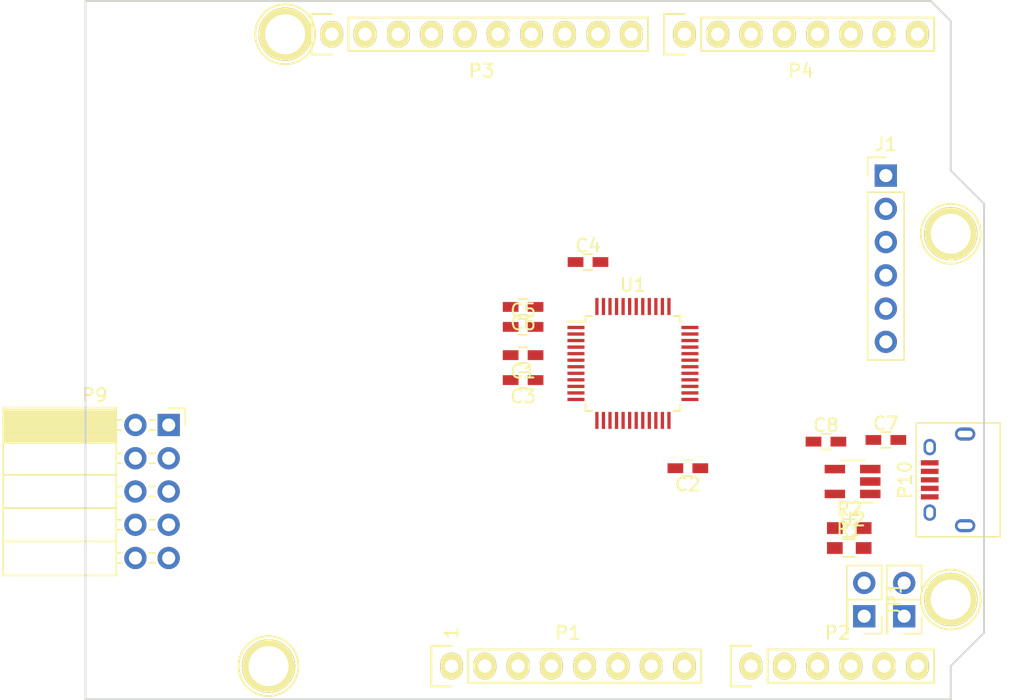
<source format=kicad_pcb>
(kicad_pcb (version 4) (host pcbnew 4.0.6)

  (general
    (links 70)
    (no_connects 70)
    (area 110.922999 72.949999 179.653001 126.440001)
    (thickness 1.6)
    (drawings 27)
    (tracks 0)
    (zones 0)
    (modules 25)
    (nets 26)
  )

  (page A4)
  (title_block
    (title "libopencm3-test hardware")
    (date 2017-10-31)
    (rev 1)
  )

  (layers
    (0 F.Cu signal)
    (31 B.Cu signal)
    (32 B.Adhes user)
    (33 F.Adhes user)
    (34 B.Paste user)
    (35 F.Paste user)
    (36 B.SilkS user)
    (37 F.SilkS user)
    (38 B.Mask user)
    (39 F.Mask user)
    (40 Dwgs.User user)
    (41 Cmts.User user)
    (42 Eco1.User user)
    (43 Eco2.User user)
    (44 Edge.Cuts user)
    (45 Margin user)
    (46 B.CrtYd user)
    (47 F.CrtYd user)
    (48 B.Fab user)
    (49 F.Fab user)
  )

  (setup
    (last_trace_width 0.25)
    (trace_clearance 0.2)
    (zone_clearance 0.508)
    (zone_45_only no)
    (trace_min 0.2)
    (segment_width 0.15)
    (edge_width 0.15)
    (via_size 0.6)
    (via_drill 0.4)
    (via_min_size 0.4)
    (via_min_drill 0.3)
    (uvia_size 0.3)
    (uvia_drill 0.1)
    (uvias_allowed no)
    (uvia_min_size 0.2)
    (uvia_min_drill 0.1)
    (pcb_text_width 0.3)
    (pcb_text_size 1.5 1.5)
    (mod_edge_width 0.15)
    (mod_text_size 1 1)
    (mod_text_width 0.15)
    (pad_size 4.064 4.064)
    (pad_drill 3.048)
    (pad_to_mask_clearance 0)
    (aux_axis_origin 110.998 126.365)
    (grid_origin 110.998 126.365)
    (visible_elements FFFFFF7F)
    (pcbplotparams
      (layerselection 0x00030_80000001)
      (usegerberextensions false)
      (excludeedgelayer true)
      (linewidth 0.100000)
      (plotframeref false)
      (viasonmask false)
      (mode 1)
      (useauxorigin false)
      (hpglpennumber 1)
      (hpglpenspeed 20)
      (hpglpendiameter 15)
      (hpglpenoverlay 2)
      (psnegative false)
      (psa4output false)
      (plotreference true)
      (plotvalue true)
      (plotinvisibletext false)
      (padsonsilk false)
      (subtractmaskfromsilk false)
      (outputformat 1)
      (mirror false)
      (drillshape 1)
      (scaleselection 1)
      (outputdirectory ""))
  )

  (net 0 "")
  (net 1 +5V)
  (net 2 GND)
  (net 3 +3V3)
  (net 4 /NRST)
  (net 5 /ADC_IN1)
  (net 6 /I2C_SDA)
  (net 7 /I2C_SCL)
  (net 8 /SPI_CS)
  (net 9 /SPI_MOSI)
  (net 10 /SPI_MISO)
  (net 11 /SPI_SCK)
  (net 12 /USB_DM)
  (net 13 /USB_DP)
  (net 14 "Net-(P10-Pad6)")
  (net 15 /SWCLK)
  (net 16 /SWDIO)
  (net 17 /SWO)
  (net 18 /DAC1_OUT)
  (net 19 /DAC2_OUT)
  (net 20 /UART_TX_OUT)
  (net 21 /UART_RX_OUT)
  (net 22 "Net-(JP1-Pad2)")
  (net 23 "Net-(JP2-Pad2)")
  (net 24 "Net-(R1-Pad1)")
  (net 25 "Net-(C6-Pad1)")

  (net_class Default "This is the default net class."
    (clearance 0.2)
    (trace_width 0.25)
    (via_dia 0.6)
    (via_drill 0.4)
    (uvia_dia 0.3)
    (uvia_drill 0.1)
    (add_net +3V3)
    (add_net +5V)
    (add_net /ADC_IN1)
    (add_net /DAC1_OUT)
    (add_net /DAC2_OUT)
    (add_net /I2C_SCL)
    (add_net /I2C_SDA)
    (add_net /NRST)
    (add_net /SPI_CS)
    (add_net /SPI_MISO)
    (add_net /SPI_MOSI)
    (add_net /SPI_SCK)
    (add_net /SWCLK)
    (add_net /SWDIO)
    (add_net /SWO)
    (add_net /UART_RX_OUT)
    (add_net /UART_TX_OUT)
    (add_net /USB_DM)
    (add_net /USB_DP)
    (add_net GND)
    (add_net "Net-(C6-Pad1)")
    (add_net "Net-(JP1-Pad2)")
    (add_net "Net-(JP2-Pad2)")
    (add_net "Net-(P10-Pad6)")
    (add_net "Net-(R1-Pad1)")
  )

  (module Socket_Arduino_Uno:Socket_Strip_Arduino_1x08 locked (layer F.Cu) (tedit 552168D2) (tstamp 551AF9EA)
    (at 138.938 123.825)
    (descr "Through hole socket strip")
    (tags "socket strip")
    (path /56D70129)
    (fp_text reference P1 (at 8.89 -2.54) (layer F.SilkS)
      (effects (font (size 1 1) (thickness 0.15)))
    )
    (fp_text value Power (at 8.89 -4.064) (layer F.Fab)
      (effects (font (size 1 1) (thickness 0.15)))
    )
    (fp_line (start -1.75 -1.75) (end -1.75 1.75) (layer F.CrtYd) (width 0.05))
    (fp_line (start 19.55 -1.75) (end 19.55 1.75) (layer F.CrtYd) (width 0.05))
    (fp_line (start -1.75 -1.75) (end 19.55 -1.75) (layer F.CrtYd) (width 0.05))
    (fp_line (start -1.75 1.75) (end 19.55 1.75) (layer F.CrtYd) (width 0.05))
    (fp_line (start 1.27 1.27) (end 19.05 1.27) (layer F.SilkS) (width 0.15))
    (fp_line (start 19.05 1.27) (end 19.05 -1.27) (layer F.SilkS) (width 0.15))
    (fp_line (start 19.05 -1.27) (end 1.27 -1.27) (layer F.SilkS) (width 0.15))
    (fp_line (start -1.55 1.55) (end 0 1.55) (layer F.SilkS) (width 0.15))
    (fp_line (start 1.27 1.27) (end 1.27 -1.27) (layer F.SilkS) (width 0.15))
    (fp_line (start 0 -1.55) (end -1.55 -1.55) (layer F.SilkS) (width 0.15))
    (fp_line (start -1.55 -1.55) (end -1.55 1.55) (layer F.SilkS) (width 0.15))
    (pad 1 thru_hole oval (at 0 0) (size 1.7272 2.032) (drill 1.016) (layers *.Cu *.Mask F.SilkS))
    (pad 2 thru_hole oval (at 2.54 0) (size 1.7272 2.032) (drill 1.016) (layers *.Cu *.Mask F.SilkS))
    (pad 3 thru_hole oval (at 5.08 0) (size 1.7272 2.032) (drill 1.016) (layers *.Cu *.Mask F.SilkS))
    (pad 4 thru_hole oval (at 7.62 0) (size 1.7272 2.032) (drill 1.016) (layers *.Cu *.Mask F.SilkS)
      (net 3 +3V3))
    (pad 5 thru_hole oval (at 10.16 0) (size 1.7272 2.032) (drill 1.016) (layers *.Cu *.Mask F.SilkS)
      (net 1 +5V))
    (pad 6 thru_hole oval (at 12.7 0) (size 1.7272 2.032) (drill 1.016) (layers *.Cu *.Mask F.SilkS)
      (net 2 GND))
    (pad 7 thru_hole oval (at 15.24 0) (size 1.7272 2.032) (drill 1.016) (layers *.Cu *.Mask F.SilkS)
      (net 2 GND))
    (pad 8 thru_hole oval (at 17.78 0) (size 1.7272 2.032) (drill 1.016) (layers *.Cu *.Mask F.SilkS))
    (model ${KIPRJMOD}/Socket_Arduino_Uno.3dshapes/Socket_header_Arduino_1x08.wrl
      (at (xyz 0.35 0 0))
      (scale (xyz 1 1 1))
      (rotate (xyz 0 0 180))
    )
  )

  (module Socket_Arduino_Uno:Socket_Strip_Arduino_1x06 locked (layer F.Cu) (tedit 552168D6) (tstamp 551AF9FF)
    (at 161.798 123.825)
    (descr "Through hole socket strip")
    (tags "socket strip")
    (path /56D70DD8)
    (fp_text reference P2 (at 6.604 -2.54) (layer F.SilkS)
      (effects (font (size 1 1) (thickness 0.15)))
    )
    (fp_text value Analog (at 6.604 -4.064) (layer F.Fab)
      (effects (font (size 1 1) (thickness 0.15)))
    )
    (fp_line (start -1.75 -1.75) (end -1.75 1.75) (layer F.CrtYd) (width 0.05))
    (fp_line (start 14.45 -1.75) (end 14.45 1.75) (layer F.CrtYd) (width 0.05))
    (fp_line (start -1.75 -1.75) (end 14.45 -1.75) (layer F.CrtYd) (width 0.05))
    (fp_line (start -1.75 1.75) (end 14.45 1.75) (layer F.CrtYd) (width 0.05))
    (fp_line (start 1.27 1.27) (end 13.97 1.27) (layer F.SilkS) (width 0.15))
    (fp_line (start 13.97 1.27) (end 13.97 -1.27) (layer F.SilkS) (width 0.15))
    (fp_line (start 13.97 -1.27) (end 1.27 -1.27) (layer F.SilkS) (width 0.15))
    (fp_line (start -1.55 1.55) (end 0 1.55) (layer F.SilkS) (width 0.15))
    (fp_line (start 1.27 1.27) (end 1.27 -1.27) (layer F.SilkS) (width 0.15))
    (fp_line (start 0 -1.55) (end -1.55 -1.55) (layer F.SilkS) (width 0.15))
    (fp_line (start -1.55 -1.55) (end -1.55 1.55) (layer F.SilkS) (width 0.15))
    (pad 1 thru_hole oval (at 0 0) (size 1.7272 2.032) (drill 1.016) (layers *.Cu *.Mask F.SilkS)
      (net 18 /DAC1_OUT))
    (pad 2 thru_hole oval (at 2.54 0) (size 1.7272 2.032) (drill 1.016) (layers *.Cu *.Mask F.SilkS)
      (net 19 /DAC2_OUT))
    (pad 3 thru_hole oval (at 5.08 0) (size 1.7272 2.032) (drill 1.016) (layers *.Cu *.Mask F.SilkS)
      (net 5 /ADC_IN1))
    (pad 4 thru_hole oval (at 7.62 0) (size 1.7272 2.032) (drill 1.016) (layers *.Cu *.Mask F.SilkS))
    (pad 5 thru_hole oval (at 10.16 0) (size 1.7272 2.032) (drill 1.016) (layers *.Cu *.Mask F.SilkS)
      (net 6 /I2C_SDA))
    (pad 6 thru_hole oval (at 12.7 0) (size 1.7272 2.032) (drill 1.016) (layers *.Cu *.Mask F.SilkS)
      (net 7 /I2C_SCL))
    (model ${KIPRJMOD}/Socket_Arduino_Uno.3dshapes/Socket_header_Arduino_1x06.wrl
      (at (xyz 0.25 0 0))
      (scale (xyz 1 1 1))
      (rotate (xyz 0 0 180))
    )
  )

  (module Socket_Arduino_Uno:Socket_Strip_Arduino_1x10 locked (layer F.Cu) (tedit 552168BF) (tstamp 551AFA18)
    (at 129.794 75.565)
    (descr "Through hole socket strip")
    (tags "socket strip")
    (path /56D721E0)
    (fp_text reference P3 (at 11.43 2.794) (layer F.SilkS)
      (effects (font (size 1 1) (thickness 0.15)))
    )
    (fp_text value Digital (at 11.43 4.318) (layer F.Fab)
      (effects (font (size 1 1) (thickness 0.15)))
    )
    (fp_line (start -1.75 -1.75) (end -1.75 1.75) (layer F.CrtYd) (width 0.05))
    (fp_line (start 24.65 -1.75) (end 24.65 1.75) (layer F.CrtYd) (width 0.05))
    (fp_line (start -1.75 -1.75) (end 24.65 -1.75) (layer F.CrtYd) (width 0.05))
    (fp_line (start -1.75 1.75) (end 24.65 1.75) (layer F.CrtYd) (width 0.05))
    (fp_line (start 1.27 1.27) (end 24.13 1.27) (layer F.SilkS) (width 0.15))
    (fp_line (start 24.13 1.27) (end 24.13 -1.27) (layer F.SilkS) (width 0.15))
    (fp_line (start 24.13 -1.27) (end 1.27 -1.27) (layer F.SilkS) (width 0.15))
    (fp_line (start -1.55 1.55) (end 0 1.55) (layer F.SilkS) (width 0.15))
    (fp_line (start 1.27 1.27) (end 1.27 -1.27) (layer F.SilkS) (width 0.15))
    (fp_line (start 0 -1.55) (end -1.55 -1.55) (layer F.SilkS) (width 0.15))
    (fp_line (start -1.55 -1.55) (end -1.55 1.55) (layer F.SilkS) (width 0.15))
    (pad 1 thru_hole oval (at 0 0) (size 1.7272 2.032) (drill 1.016) (layers *.Cu *.Mask F.SilkS))
    (pad 2 thru_hole oval (at 2.54 0) (size 1.7272 2.032) (drill 1.016) (layers *.Cu *.Mask F.SilkS))
    (pad 3 thru_hole oval (at 5.08 0) (size 1.7272 2.032) (drill 1.016) (layers *.Cu *.Mask F.SilkS)
      (net 8 /SPI_CS))
    (pad 4 thru_hole oval (at 7.62 0) (size 1.7272 2.032) (drill 1.016) (layers *.Cu *.Mask F.SilkS)
      (net 9 /SPI_MOSI))
    (pad 5 thru_hole oval (at 10.16 0) (size 1.7272 2.032) (drill 1.016) (layers *.Cu *.Mask F.SilkS)
      (net 10 /SPI_MISO))
    (pad 6 thru_hole oval (at 12.7 0) (size 1.7272 2.032) (drill 1.016) (layers *.Cu *.Mask F.SilkS)
      (net 11 /SPI_SCK))
    (pad 7 thru_hole oval (at 15.24 0) (size 1.7272 2.032) (drill 1.016) (layers *.Cu *.Mask F.SilkS)
      (net 2 GND))
    (pad 8 thru_hole oval (at 17.78 0) (size 1.7272 2.032) (drill 1.016) (layers *.Cu *.Mask F.SilkS))
    (pad 9 thru_hole oval (at 20.32 0) (size 1.7272 2.032) (drill 1.016) (layers *.Cu *.Mask F.SilkS)
      (net 6 /I2C_SDA))
    (pad 10 thru_hole oval (at 22.86 0) (size 1.7272 2.032) (drill 1.016) (layers *.Cu *.Mask F.SilkS)
      (net 7 /I2C_SCL))
    (model ${KIPRJMOD}/Socket_Arduino_Uno.3dshapes/Socket_header_Arduino_1x10.wrl
      (at (xyz 0.45 0 0))
      (scale (xyz 1 1 1))
      (rotate (xyz 0 0 180))
    )
  )

  (module Socket_Arduino_Uno:Socket_Strip_Arduino_1x08 locked (layer F.Cu) (tedit 552168C7) (tstamp 551AFA2F)
    (at 156.718 75.565)
    (descr "Through hole socket strip")
    (tags "socket strip")
    (path /56D7164F)
    (fp_text reference P4 (at 8.89 2.794) (layer F.SilkS)
      (effects (font (size 1 1) (thickness 0.15)))
    )
    (fp_text value Digital (at 8.89 4.318) (layer F.Fab)
      (effects (font (size 1 1) (thickness 0.15)))
    )
    (fp_line (start -1.75 -1.75) (end -1.75 1.75) (layer F.CrtYd) (width 0.05))
    (fp_line (start 19.55 -1.75) (end 19.55 1.75) (layer F.CrtYd) (width 0.05))
    (fp_line (start -1.75 -1.75) (end 19.55 -1.75) (layer F.CrtYd) (width 0.05))
    (fp_line (start -1.75 1.75) (end 19.55 1.75) (layer F.CrtYd) (width 0.05))
    (fp_line (start 1.27 1.27) (end 19.05 1.27) (layer F.SilkS) (width 0.15))
    (fp_line (start 19.05 1.27) (end 19.05 -1.27) (layer F.SilkS) (width 0.15))
    (fp_line (start 19.05 -1.27) (end 1.27 -1.27) (layer F.SilkS) (width 0.15))
    (fp_line (start -1.55 1.55) (end 0 1.55) (layer F.SilkS) (width 0.15))
    (fp_line (start 1.27 1.27) (end 1.27 -1.27) (layer F.SilkS) (width 0.15))
    (fp_line (start 0 -1.55) (end -1.55 -1.55) (layer F.SilkS) (width 0.15))
    (fp_line (start -1.55 -1.55) (end -1.55 1.55) (layer F.SilkS) (width 0.15))
    (pad 1 thru_hole oval (at 0 0) (size 1.7272 2.032) (drill 1.016) (layers *.Cu *.Mask F.SilkS)
      (net 20 /UART_TX_OUT))
    (pad 2 thru_hole oval (at 2.54 0) (size 1.7272 2.032) (drill 1.016) (layers *.Cu *.Mask F.SilkS)
      (net 21 /UART_RX_OUT))
    (pad 3 thru_hole oval (at 5.08 0) (size 1.7272 2.032) (drill 1.016) (layers *.Cu *.Mask F.SilkS))
    (pad 4 thru_hole oval (at 7.62 0) (size 1.7272 2.032) (drill 1.016) (layers *.Cu *.Mask F.SilkS))
    (pad 5 thru_hole oval (at 10.16 0) (size 1.7272 2.032) (drill 1.016) (layers *.Cu *.Mask F.SilkS))
    (pad 6 thru_hole oval (at 12.7 0) (size 1.7272 2.032) (drill 1.016) (layers *.Cu *.Mask F.SilkS))
    (pad 7 thru_hole oval (at 15.24 0) (size 1.7272 2.032) (drill 1.016) (layers *.Cu *.Mask F.SilkS))
    (pad 8 thru_hole oval (at 17.78 0) (size 1.7272 2.032) (drill 1.016) (layers *.Cu *.Mask F.SilkS))
    (model ${KIPRJMOD}/Socket_Arduino_Uno.3dshapes/Socket_header_Arduino_1x08.wrl
      (at (xyz 0.35 0 0))
      (scale (xyz 1 1 1))
      (rotate (xyz 0 0 180))
    )
  )

  (module Socket_Arduino_Uno:Arduino_1pin locked (layer F.Cu) (tedit 5524FC39) (tstamp 5524FC3F)
    (at 124.968 123.825)
    (descr "module 1 pin (ou trou mecanique de percage)")
    (tags DEV)
    (path /56D71177)
    (fp_text reference P5 (at 0 -3.048) (layer F.SilkS) hide
      (effects (font (size 1 1) (thickness 0.15)))
    )
    (fp_text value CONN_01X01 (at 0 2.794) (layer F.Fab) hide
      (effects (font (size 1 1) (thickness 0.15)))
    )
    (fp_circle (center 0 0) (end 0 -2.286) (layer F.SilkS) (width 0.15))
    (pad 1 thru_hole circle (at 0 0) (size 4.064 4.064) (drill 3.048) (layers *.Cu *.Mask F.SilkS))
  )

  (module Socket_Arduino_Uno:Arduino_1pin locked (layer F.Cu) (tedit 5524FC4A) (tstamp 5524FC44)
    (at 177.038 118.745)
    (descr "module 1 pin (ou trou mecanique de percage)")
    (tags DEV)
    (path /56D71274)
    (fp_text reference P6 (at 0 -3.048) (layer F.SilkS) hide
      (effects (font (size 1 1) (thickness 0.15)))
    )
    (fp_text value CONN_01X01 (at 0 2.794) (layer F.Fab) hide
      (effects (font (size 1 1) (thickness 0.15)))
    )
    (fp_circle (center 0 0) (end 0 -2.286) (layer F.SilkS) (width 0.15))
    (pad 1 thru_hole circle (at 0 0) (size 4.064 4.064) (drill 3.048) (layers *.Cu *.Mask F.SilkS))
  )

  (module Socket_Arduino_Uno:Arduino_1pin locked (layer F.Cu) (tedit 5524FC2F) (tstamp 5524FC49)
    (at 126.238 75.565)
    (descr "module 1 pin (ou trou mecanique de percage)")
    (tags DEV)
    (path /56D712A8)
    (fp_text reference P7 (at 0 -3.048) (layer F.SilkS) hide
      (effects (font (size 1 1) (thickness 0.15)))
    )
    (fp_text value CONN_01X01 (at 0 2.794) (layer F.Fab) hide
      (effects (font (size 1 1) (thickness 0.15)))
    )
    (fp_circle (center 0 0) (end 0 -2.286) (layer F.SilkS) (width 0.15))
    (pad 1 thru_hole circle (at 0 0) (size 4.064 4.064) (drill 3.048) (layers *.Cu *.Mask F.SilkS))
  )

  (module Socket_Arduino_Uno:Arduino_1pin locked (layer F.Cu) (tedit 5524FC41) (tstamp 5524FC4E)
    (at 177.038 90.805)
    (descr "module 1 pin (ou trou mecanique de percage)")
    (tags DEV)
    (path /56D712DB)
    (fp_text reference P8 (at 0 -3.048) (layer F.SilkS) hide
      (effects (font (size 1 1) (thickness 0.15)))
    )
    (fp_text value CONN_01X01 (at 0 2.794) (layer F.Fab) hide
      (effects (font (size 1 1) (thickness 0.15)))
    )
    (fp_circle (center 0 0) (end 0 -2.286) (layer F.SilkS) (width 0.15))
    (pad 1 thru_hole circle (at 0 0) (size 4.064 4.064) (drill 3.048) (layers *.Cu *.Mask F.SilkS))
  )

  (module Capacitors_SMD:C_0603_HandSoldering (layer F.Cu) (tedit 58AA848B) (tstamp 59F7BF21)
    (at 144.399 100.076 180)
    (descr "Capacitor SMD 0603, hand soldering")
    (tags "capacitor 0603")
    (path /58CF4B65)
    (attr smd)
    (fp_text reference C1 (at 0 -1.25 180) (layer F.SilkS)
      (effects (font (size 1 1) (thickness 0.15)))
    )
    (fp_text value 100n (at 0 1.5 180) (layer F.Fab)
      (effects (font (size 1 1) (thickness 0.15)))
    )
    (fp_text user %R (at 0 -1.25 180) (layer F.Fab)
      (effects (font (size 1 1) (thickness 0.15)))
    )
    (fp_line (start -0.8 0.4) (end -0.8 -0.4) (layer F.Fab) (width 0.1))
    (fp_line (start 0.8 0.4) (end -0.8 0.4) (layer F.Fab) (width 0.1))
    (fp_line (start 0.8 -0.4) (end 0.8 0.4) (layer F.Fab) (width 0.1))
    (fp_line (start -0.8 -0.4) (end 0.8 -0.4) (layer F.Fab) (width 0.1))
    (fp_line (start -0.35 -0.6) (end 0.35 -0.6) (layer F.SilkS) (width 0.12))
    (fp_line (start 0.35 0.6) (end -0.35 0.6) (layer F.SilkS) (width 0.12))
    (fp_line (start -1.8 -0.65) (end 1.8 -0.65) (layer F.CrtYd) (width 0.05))
    (fp_line (start -1.8 -0.65) (end -1.8 0.65) (layer F.CrtYd) (width 0.05))
    (fp_line (start 1.8 0.65) (end 1.8 -0.65) (layer F.CrtYd) (width 0.05))
    (fp_line (start 1.8 0.65) (end -1.8 0.65) (layer F.CrtYd) (width 0.05))
    (pad 1 smd rect (at -0.95 0 180) (size 1.2 0.75) (layers F.Cu F.Paste F.Mask)
      (net 4 /NRST))
    (pad 2 smd rect (at 0.95 0 180) (size 1.2 0.75) (layers F.Cu F.Paste F.Mask)
      (net 2 GND))
    (model Capacitors_SMD.3dshapes/C_0603.wrl
      (at (xyz 0 0 0))
      (scale (xyz 1 1 1))
      (rotate (xyz 0 0 0))
    )
  )

  (module Capacitors_SMD:C_0603_HandSoldering (layer F.Cu) (tedit 58AA848B) (tstamp 59F7BF27)
    (at 156.972 108.712 180)
    (descr "Capacitor SMD 0603, hand soldering")
    (tags "capacitor 0603")
    (path /58CF43FF)
    (attr smd)
    (fp_text reference C2 (at 0 -1.25 180) (layer F.SilkS)
      (effects (font (size 1 1) (thickness 0.15)))
    )
    (fp_text value 100n (at 0 1.5 180) (layer F.Fab)
      (effects (font (size 1 1) (thickness 0.15)))
    )
    (fp_text user %R (at 0 -1.25 180) (layer F.Fab)
      (effects (font (size 1 1) (thickness 0.15)))
    )
    (fp_line (start -0.8 0.4) (end -0.8 -0.4) (layer F.Fab) (width 0.1))
    (fp_line (start 0.8 0.4) (end -0.8 0.4) (layer F.Fab) (width 0.1))
    (fp_line (start 0.8 -0.4) (end 0.8 0.4) (layer F.Fab) (width 0.1))
    (fp_line (start -0.8 -0.4) (end 0.8 -0.4) (layer F.Fab) (width 0.1))
    (fp_line (start -0.35 -0.6) (end 0.35 -0.6) (layer F.SilkS) (width 0.12))
    (fp_line (start 0.35 0.6) (end -0.35 0.6) (layer F.SilkS) (width 0.12))
    (fp_line (start -1.8 -0.65) (end 1.8 -0.65) (layer F.CrtYd) (width 0.05))
    (fp_line (start -1.8 -0.65) (end -1.8 0.65) (layer F.CrtYd) (width 0.05))
    (fp_line (start 1.8 0.65) (end 1.8 -0.65) (layer F.CrtYd) (width 0.05))
    (fp_line (start 1.8 0.65) (end -1.8 0.65) (layer F.CrtYd) (width 0.05))
    (pad 1 smd rect (at -0.95 0 180) (size 1.2 0.75) (layers F.Cu F.Paste F.Mask)
      (net 3 +3V3))
    (pad 2 smd rect (at 0.95 0 180) (size 1.2 0.75) (layers F.Cu F.Paste F.Mask)
      (net 2 GND))
    (model Capacitors_SMD.3dshapes/C_0603.wrl
      (at (xyz 0 0 0))
      (scale (xyz 1 1 1))
      (rotate (xyz 0 0 0))
    )
  )

  (module Capacitors_SMD:C_0603_HandSoldering (layer F.Cu) (tedit 58AA848B) (tstamp 59F7BF2D)
    (at 144.399 101.981 180)
    (descr "Capacitor SMD 0603, hand soldering")
    (tags "capacitor 0603")
    (path /58CF69A9)
    (attr smd)
    (fp_text reference C3 (at 0 -1.25 180) (layer F.SilkS)
      (effects (font (size 1 1) (thickness 0.15)))
    )
    (fp_text value 100n (at 0 1.5 180) (layer F.Fab)
      (effects (font (size 1 1) (thickness 0.15)))
    )
    (fp_text user %R (at 0 -1.25 180) (layer F.Fab)
      (effects (font (size 1 1) (thickness 0.15)))
    )
    (fp_line (start -0.8 0.4) (end -0.8 -0.4) (layer F.Fab) (width 0.1))
    (fp_line (start 0.8 0.4) (end -0.8 0.4) (layer F.Fab) (width 0.1))
    (fp_line (start 0.8 -0.4) (end 0.8 0.4) (layer F.Fab) (width 0.1))
    (fp_line (start -0.8 -0.4) (end 0.8 -0.4) (layer F.Fab) (width 0.1))
    (fp_line (start -0.35 -0.6) (end 0.35 -0.6) (layer F.SilkS) (width 0.12))
    (fp_line (start 0.35 0.6) (end -0.35 0.6) (layer F.SilkS) (width 0.12))
    (fp_line (start -1.8 -0.65) (end 1.8 -0.65) (layer F.CrtYd) (width 0.05))
    (fp_line (start -1.8 -0.65) (end -1.8 0.65) (layer F.CrtYd) (width 0.05))
    (fp_line (start 1.8 0.65) (end 1.8 -0.65) (layer F.CrtYd) (width 0.05))
    (fp_line (start 1.8 0.65) (end -1.8 0.65) (layer F.CrtYd) (width 0.05))
    (pad 1 smd rect (at -0.95 0 180) (size 1.2 0.75) (layers F.Cu F.Paste F.Mask)
      (net 3 +3V3))
    (pad 2 smd rect (at 0.95 0 180) (size 1.2 0.75) (layers F.Cu F.Paste F.Mask)
      (net 2 GND))
    (model Capacitors_SMD.3dshapes/C_0603.wrl
      (at (xyz 0 0 0))
      (scale (xyz 1 1 1))
      (rotate (xyz 0 0 0))
    )
  )

  (module Capacitors_SMD:C_0603_HandSoldering (layer F.Cu) (tedit 58AA848B) (tstamp 59F7BF33)
    (at 149.352 92.964)
    (descr "Capacitor SMD 0603, hand soldering")
    (tags "capacitor 0603")
    (path /58CF69F1)
    (attr smd)
    (fp_text reference C4 (at 0 -1.25) (layer F.SilkS)
      (effects (font (size 1 1) (thickness 0.15)))
    )
    (fp_text value 100n (at 0 1.5) (layer F.Fab)
      (effects (font (size 1 1) (thickness 0.15)))
    )
    (fp_text user %R (at 0 -1.25) (layer F.Fab)
      (effects (font (size 1 1) (thickness 0.15)))
    )
    (fp_line (start -0.8 0.4) (end -0.8 -0.4) (layer F.Fab) (width 0.1))
    (fp_line (start 0.8 0.4) (end -0.8 0.4) (layer F.Fab) (width 0.1))
    (fp_line (start 0.8 -0.4) (end 0.8 0.4) (layer F.Fab) (width 0.1))
    (fp_line (start -0.8 -0.4) (end 0.8 -0.4) (layer F.Fab) (width 0.1))
    (fp_line (start -0.35 -0.6) (end 0.35 -0.6) (layer F.SilkS) (width 0.12))
    (fp_line (start 0.35 0.6) (end -0.35 0.6) (layer F.SilkS) (width 0.12))
    (fp_line (start -1.8 -0.65) (end 1.8 -0.65) (layer F.CrtYd) (width 0.05))
    (fp_line (start -1.8 -0.65) (end -1.8 0.65) (layer F.CrtYd) (width 0.05))
    (fp_line (start 1.8 0.65) (end 1.8 -0.65) (layer F.CrtYd) (width 0.05))
    (fp_line (start 1.8 0.65) (end -1.8 0.65) (layer F.CrtYd) (width 0.05))
    (pad 1 smd rect (at -0.95 0) (size 1.2 0.75) (layers F.Cu F.Paste F.Mask)
      (net 3 +3V3))
    (pad 2 smd rect (at 0.95 0) (size 1.2 0.75) (layers F.Cu F.Paste F.Mask)
      (net 2 GND))
    (model Capacitors_SMD.3dshapes/C_0603.wrl
      (at (xyz 0 0 0))
      (scale (xyz 1 1 1))
      (rotate (xyz 0 0 0))
    )
  )

  (module Capacitors_SMD:C_0603_HandSoldering (layer F.Cu) (tedit 58AA848B) (tstamp 59F7BF39)
    (at 144.399 97.917)
    (descr "Capacitor SMD 0603, hand soldering")
    (tags "capacitor 0603")
    (path /58CF6A3A)
    (attr smd)
    (fp_text reference C5 (at 0 -1.25) (layer F.SilkS)
      (effects (font (size 1 1) (thickness 0.15)))
    )
    (fp_text value 100n (at 0 1.5) (layer F.Fab)
      (effects (font (size 1 1) (thickness 0.15)))
    )
    (fp_text user %R (at 0 -1.25) (layer F.Fab)
      (effects (font (size 1 1) (thickness 0.15)))
    )
    (fp_line (start -0.8 0.4) (end -0.8 -0.4) (layer F.Fab) (width 0.1))
    (fp_line (start 0.8 0.4) (end -0.8 0.4) (layer F.Fab) (width 0.1))
    (fp_line (start 0.8 -0.4) (end 0.8 0.4) (layer F.Fab) (width 0.1))
    (fp_line (start -0.8 -0.4) (end 0.8 -0.4) (layer F.Fab) (width 0.1))
    (fp_line (start -0.35 -0.6) (end 0.35 -0.6) (layer F.SilkS) (width 0.12))
    (fp_line (start 0.35 0.6) (end -0.35 0.6) (layer F.SilkS) (width 0.12))
    (fp_line (start -1.8 -0.65) (end 1.8 -0.65) (layer F.CrtYd) (width 0.05))
    (fp_line (start -1.8 -0.65) (end -1.8 0.65) (layer F.CrtYd) (width 0.05))
    (fp_line (start 1.8 0.65) (end 1.8 -0.65) (layer F.CrtYd) (width 0.05))
    (fp_line (start 1.8 0.65) (end -1.8 0.65) (layer F.CrtYd) (width 0.05))
    (pad 1 smd rect (at -0.95 0) (size 1.2 0.75) (layers F.Cu F.Paste F.Mask)
      (net 3 +3V3))
    (pad 2 smd rect (at 0.95 0) (size 1.2 0.75) (layers F.Cu F.Paste F.Mask)
      (net 2 GND))
    (model Capacitors_SMD.3dshapes/C_0603.wrl
      (at (xyz 0 0 0))
      (scale (xyz 1 1 1))
      (rotate (xyz 0 0 0))
    )
  )

  (module Connectors:USB_Micro-B (layer F.Cu) (tedit 5543E447) (tstamp 59F7BF54)
    (at 176.784 109.601 90)
    (descr "Micro USB Type B Receptacle")
    (tags "USB USB_B USB_micro USB_OTG")
    (path /58CF10AD)
    (attr smd)
    (fp_text reference P10 (at 0 -3.24 90) (layer F.SilkS)
      (effects (font (size 1 1) (thickness 0.15)))
    )
    (fp_text value CONTROL (at 0 5.01 90) (layer F.Fab)
      (effects (font (size 1 1) (thickness 0.15)))
    )
    (fp_line (start -4.6 -2.59) (end 4.6 -2.59) (layer F.CrtYd) (width 0.05))
    (fp_line (start 4.6 -2.59) (end 4.6 4.26) (layer F.CrtYd) (width 0.05))
    (fp_line (start 4.6 4.26) (end -4.6 4.26) (layer F.CrtYd) (width 0.05))
    (fp_line (start -4.6 4.26) (end -4.6 -2.59) (layer F.CrtYd) (width 0.05))
    (fp_line (start -4.35 4.03) (end 4.35 4.03) (layer F.SilkS) (width 0.12))
    (fp_line (start -4.35 -2.38) (end 4.35 -2.38) (layer F.SilkS) (width 0.12))
    (fp_line (start 4.35 -2.38) (end 4.35 4.03) (layer F.SilkS) (width 0.12))
    (fp_line (start 4.35 2.8) (end -4.35 2.8) (layer F.SilkS) (width 0.12))
    (fp_line (start -4.35 4.03) (end -4.35 -2.38) (layer F.SilkS) (width 0.12))
    (pad 1 smd rect (at -1.3 -1.35 180) (size 1.35 0.4) (layers F.Cu F.Paste F.Mask)
      (net 1 +5V))
    (pad 2 smd rect (at -0.65 -1.35 180) (size 1.35 0.4) (layers F.Cu F.Paste F.Mask)
      (net 12 /USB_DM))
    (pad 3 smd rect (at 0 -1.35 180) (size 1.35 0.4) (layers F.Cu F.Paste F.Mask)
      (net 13 /USB_DP))
    (pad 4 smd rect (at 0.65 -1.35 180) (size 1.35 0.4) (layers F.Cu F.Paste F.Mask))
    (pad 5 smd rect (at 1.3 -1.35 180) (size 1.35 0.4) (layers F.Cu F.Paste F.Mask)
      (net 2 GND))
    (pad 6 thru_hole oval (at -2.5 -1.35 180) (size 0.95 1.25) (drill oval 0.55 0.85) (layers *.Cu *.Mask)
      (net 14 "Net-(P10-Pad6)"))
    (pad 6 thru_hole oval (at 2.5 -1.35 180) (size 0.95 1.25) (drill oval 0.55 0.85) (layers *.Cu *.Mask)
      (net 14 "Net-(P10-Pad6)"))
    (pad 6 thru_hole oval (at -3.5 1.35 180) (size 1.55 1) (drill oval 1.15 0.5) (layers *.Cu *.Mask)
      (net 14 "Net-(P10-Pad6)"))
    (pad 6 thru_hole oval (at 3.5 1.35 180) (size 1.55 1) (drill oval 1.15 0.5) (layers *.Cu *.Mask)
      (net 14 "Net-(P10-Pad6)"))
  )

  (module Pin_Headers:Pin_Header_Straight_1x06_Pitch2.54mm (layer F.Cu) (tedit 5862ED52) (tstamp 59F7C0DF)
    (at 172.085 86.36)
    (descr "Through hole straight pin header, 1x06, 2.54mm pitch, single row")
    (tags "Through hole pin header THT 1x06 2.54mm single row")
    (path /59F7E088)
    (fp_text reference J1 (at 0 -2.39) (layer F.SilkS)
      (effects (font (size 1 1) (thickness 0.15)))
    )
    (fp_text value CONN_01X06 (at 0 15.09) (layer F.Fab)
      (effects (font (size 1 1) (thickness 0.15)))
    )
    (fp_line (start -1.27 -1.27) (end -1.27 13.97) (layer F.Fab) (width 0.1))
    (fp_line (start -1.27 13.97) (end 1.27 13.97) (layer F.Fab) (width 0.1))
    (fp_line (start 1.27 13.97) (end 1.27 -1.27) (layer F.Fab) (width 0.1))
    (fp_line (start 1.27 -1.27) (end -1.27 -1.27) (layer F.Fab) (width 0.1))
    (fp_line (start -1.39 1.27) (end -1.39 14.09) (layer F.SilkS) (width 0.12))
    (fp_line (start -1.39 14.09) (end 1.39 14.09) (layer F.SilkS) (width 0.12))
    (fp_line (start 1.39 14.09) (end 1.39 1.27) (layer F.SilkS) (width 0.12))
    (fp_line (start 1.39 1.27) (end -1.39 1.27) (layer F.SilkS) (width 0.12))
    (fp_line (start -1.39 0) (end -1.39 -1.39) (layer F.SilkS) (width 0.12))
    (fp_line (start -1.39 -1.39) (end 0 -1.39) (layer F.SilkS) (width 0.12))
    (fp_line (start -1.6 -1.6) (end -1.6 14.3) (layer F.CrtYd) (width 0.05))
    (fp_line (start -1.6 14.3) (end 1.6 14.3) (layer F.CrtYd) (width 0.05))
    (fp_line (start 1.6 14.3) (end 1.6 -1.6) (layer F.CrtYd) (width 0.05))
    (fp_line (start 1.6 -1.6) (end -1.6 -1.6) (layer F.CrtYd) (width 0.05))
    (pad 1 thru_hole rect (at 0 0) (size 1.7 1.7) (drill 1) (layers *.Cu *.Mask)
      (net 3 +3V3))
    (pad 2 thru_hole oval (at 0 2.54) (size 1.7 1.7) (drill 1) (layers *.Cu *.Mask)
      (net 15 /SWCLK))
    (pad 3 thru_hole oval (at 0 5.08) (size 1.7 1.7) (drill 1) (layers *.Cu *.Mask)
      (net 2 GND))
    (pad 4 thru_hole oval (at 0 7.62) (size 1.7 1.7) (drill 1) (layers *.Cu *.Mask)
      (net 16 /SWDIO))
    (pad 5 thru_hole oval (at 0 10.16) (size 1.7 1.7) (drill 1) (layers *.Cu *.Mask)
      (net 4 /NRST))
    (pad 6 thru_hole oval (at 0 12.7) (size 1.7 1.7) (drill 1) (layers *.Cu *.Mask)
      (net 17 /SWO))
    (model Pin_Headers.3dshapes/Pin_Header_Straight_1x06_Pitch2.54mm.wrl
      (at (xyz 0 -0.25 0))
      (scale (xyz 1 1 1))
      (rotate (xyz 0 0 90))
    )
  )

  (module Housings_QFP:TQFP-48_7x7mm_Pitch0.5mm (layer F.Cu) (tedit 54130A77) (tstamp 59F7C113)
    (at 152.781 100.711)
    (descr "48 LEAD TQFP 7x7mm (see MICREL TQFP7x7-48LD-PL-1.pdf)")
    (tags "QFP 0.5")
    (path /58CEFE92)
    (attr smd)
    (fp_text reference U1 (at 0 -6) (layer F.SilkS)
      (effects (font (size 1 1) (thickness 0.15)))
    )
    (fp_text value STM32L151C6TxA (at 0 6) (layer F.Fab)
      (effects (font (size 1 1) (thickness 0.15)))
    )
    (fp_text user %R (at 0 0) (layer F.Fab)
      (effects (font (size 1 1) (thickness 0.15)))
    )
    (fp_line (start -2.5 -3.5) (end 3.5 -3.5) (layer F.Fab) (width 0.15))
    (fp_line (start 3.5 -3.5) (end 3.5 3.5) (layer F.Fab) (width 0.15))
    (fp_line (start 3.5 3.5) (end -3.5 3.5) (layer F.Fab) (width 0.15))
    (fp_line (start -3.5 3.5) (end -3.5 -2.5) (layer F.Fab) (width 0.15))
    (fp_line (start -3.5 -2.5) (end -2.5 -3.5) (layer F.Fab) (width 0.15))
    (fp_line (start -5.25 -5.25) (end -5.25 5.25) (layer F.CrtYd) (width 0.05))
    (fp_line (start 5.25 -5.25) (end 5.25 5.25) (layer F.CrtYd) (width 0.05))
    (fp_line (start -5.25 -5.25) (end 5.25 -5.25) (layer F.CrtYd) (width 0.05))
    (fp_line (start -5.25 5.25) (end 5.25 5.25) (layer F.CrtYd) (width 0.05))
    (fp_line (start -3.625 -3.625) (end -3.625 -3.2) (layer F.SilkS) (width 0.15))
    (fp_line (start 3.625 -3.625) (end 3.625 -3.1) (layer F.SilkS) (width 0.15))
    (fp_line (start 3.625 3.625) (end 3.625 3.1) (layer F.SilkS) (width 0.15))
    (fp_line (start -3.625 3.625) (end -3.625 3.1) (layer F.SilkS) (width 0.15))
    (fp_line (start -3.625 -3.625) (end -3.1 -3.625) (layer F.SilkS) (width 0.15))
    (fp_line (start -3.625 3.625) (end -3.1 3.625) (layer F.SilkS) (width 0.15))
    (fp_line (start 3.625 3.625) (end 3.1 3.625) (layer F.SilkS) (width 0.15))
    (fp_line (start 3.625 -3.625) (end 3.1 -3.625) (layer F.SilkS) (width 0.15))
    (fp_line (start -3.625 -3.2) (end -5 -3.2) (layer F.SilkS) (width 0.15))
    (pad 1 smd rect (at -4.35 -2.75) (size 1.3 0.25) (layers F.Cu F.Paste F.Mask)
      (net 25 "Net-(C6-Pad1)"))
    (pad 2 smd rect (at -4.35 -2.25) (size 1.3 0.25) (layers F.Cu F.Paste F.Mask))
    (pad 3 smd rect (at -4.35 -1.75) (size 1.3 0.25) (layers F.Cu F.Paste F.Mask))
    (pad 4 smd rect (at -4.35 -1.25) (size 1.3 0.25) (layers F.Cu F.Paste F.Mask))
    (pad 5 smd rect (at -4.35 -0.75) (size 1.3 0.25) (layers F.Cu F.Paste F.Mask))
    (pad 6 smd rect (at -4.35 -0.25) (size 1.3 0.25) (layers F.Cu F.Paste F.Mask))
    (pad 7 smd rect (at -4.35 0.25) (size 1.3 0.25) (layers F.Cu F.Paste F.Mask)
      (net 4 /NRST))
    (pad 8 smd rect (at -4.35 0.75) (size 1.3 0.25) (layers F.Cu F.Paste F.Mask)
      (net 2 GND))
    (pad 9 smd rect (at -4.35 1.25) (size 1.3 0.25) (layers F.Cu F.Paste F.Mask)
      (net 3 +3V3))
    (pad 10 smd rect (at -4.35 1.75) (size 1.3 0.25) (layers F.Cu F.Paste F.Mask))
    (pad 11 smd rect (at -4.35 2.25) (size 1.3 0.25) (layers F.Cu F.Paste F.Mask))
    (pad 12 smd rect (at -4.35 2.75) (size 1.3 0.25) (layers F.Cu F.Paste F.Mask)
      (net 20 /UART_TX_OUT))
    (pad 13 smd rect (at -2.75 4.35 90) (size 1.3 0.25) (layers F.Cu F.Paste F.Mask)
      (net 21 /UART_RX_OUT))
    (pad 14 smd rect (at -2.25 4.35 90) (size 1.3 0.25) (layers F.Cu F.Paste F.Mask)
      (net 18 /DAC1_OUT))
    (pad 15 smd rect (at -1.75 4.35 90) (size 1.3 0.25) (layers F.Cu F.Paste F.Mask)
      (net 19 /DAC2_OUT))
    (pad 16 smd rect (at -1.25 4.35 90) (size 1.3 0.25) (layers F.Cu F.Paste F.Mask)
      (net 5 /ADC_IN1))
    (pad 17 smd rect (at -0.75 4.35 90) (size 1.3 0.25) (layers F.Cu F.Paste F.Mask))
    (pad 18 smd rect (at -0.25 4.35 90) (size 1.3 0.25) (layers F.Cu F.Paste F.Mask))
    (pad 19 smd rect (at 0.25 4.35 90) (size 1.3 0.25) (layers F.Cu F.Paste F.Mask))
    (pad 20 smd rect (at 0.75 4.35 90) (size 1.3 0.25) (layers F.Cu F.Paste F.Mask))
    (pad 21 smd rect (at 1.25 4.35 90) (size 1.3 0.25) (layers F.Cu F.Paste F.Mask))
    (pad 22 smd rect (at 1.75 4.35 90) (size 1.3 0.25) (layers F.Cu F.Paste F.Mask))
    (pad 23 smd rect (at 2.25 4.35 90) (size 1.3 0.25) (layers F.Cu F.Paste F.Mask)
      (net 2 GND))
    (pad 24 smd rect (at 2.75 4.35 90) (size 1.3 0.25) (layers F.Cu F.Paste F.Mask)
      (net 3 +3V3))
    (pad 25 smd rect (at 4.35 2.75) (size 1.3 0.25) (layers F.Cu F.Paste F.Mask)
      (net 8 /SPI_CS))
    (pad 26 smd rect (at 4.35 2.25) (size 1.3 0.25) (layers F.Cu F.Paste F.Mask)
      (net 11 /SPI_SCK))
    (pad 27 smd rect (at 4.35 1.75) (size 1.3 0.25) (layers F.Cu F.Paste F.Mask)
      (net 10 /SPI_MISO))
    (pad 28 smd rect (at 4.35 1.25) (size 1.3 0.25) (layers F.Cu F.Paste F.Mask)
      (net 9 /SPI_MOSI))
    (pad 29 smd rect (at 4.35 0.75) (size 1.3 0.25) (layers F.Cu F.Paste F.Mask))
    (pad 30 smd rect (at 4.35 0.25) (size 1.3 0.25) (layers F.Cu F.Paste F.Mask))
    (pad 31 smd rect (at 4.35 -0.25) (size 1.3 0.25) (layers F.Cu F.Paste F.Mask))
    (pad 32 smd rect (at 4.35 -0.75) (size 1.3 0.25) (layers F.Cu F.Paste F.Mask)
      (net 12 /USB_DM))
    (pad 33 smd rect (at 4.35 -1.25) (size 1.3 0.25) (layers F.Cu F.Paste F.Mask)
      (net 13 /USB_DP))
    (pad 34 smd rect (at 4.35 -1.75) (size 1.3 0.25) (layers F.Cu F.Paste F.Mask)
      (net 16 /SWDIO))
    (pad 35 smd rect (at 4.35 -2.25) (size 1.3 0.25) (layers F.Cu F.Paste F.Mask)
      (net 2 GND))
    (pad 36 smd rect (at 4.35 -2.75) (size 1.3 0.25) (layers F.Cu F.Paste F.Mask)
      (net 3 +3V3))
    (pad 37 smd rect (at 2.75 -4.35 90) (size 1.3 0.25) (layers F.Cu F.Paste F.Mask)
      (net 15 /SWCLK))
    (pad 38 smd rect (at 2.25 -4.35 90) (size 1.3 0.25) (layers F.Cu F.Paste F.Mask))
    (pad 39 smd rect (at 1.75 -4.35 90) (size 1.3 0.25) (layers F.Cu F.Paste F.Mask)
      (net 17 /SWO))
    (pad 40 smd rect (at 1.25 -4.35 90) (size 1.3 0.25) (layers F.Cu F.Paste F.Mask))
    (pad 41 smd rect (at 0.75 -4.35 90) (size 1.3 0.25) (layers F.Cu F.Paste F.Mask))
    (pad 42 smd rect (at 0.25 -4.35 90) (size 1.3 0.25) (layers F.Cu F.Paste F.Mask))
    (pad 43 smd rect (at -0.25 -4.35 90) (size 1.3 0.25) (layers F.Cu F.Paste F.Mask))
    (pad 44 smd rect (at -0.75 -4.35 90) (size 1.3 0.25) (layers F.Cu F.Paste F.Mask))
    (pad 45 smd rect (at -1.25 -4.35 90) (size 1.3 0.25) (layers F.Cu F.Paste F.Mask)
      (net 7 /I2C_SCL))
    (pad 46 smd rect (at -1.75 -4.35 90) (size 1.3 0.25) (layers F.Cu F.Paste F.Mask)
      (net 6 /I2C_SDA))
    (pad 47 smd rect (at -2.25 -4.35 90) (size 1.3 0.25) (layers F.Cu F.Paste F.Mask)
      (net 2 GND))
    (pad 48 smd rect (at -2.75 -4.35 90) (size 1.3 0.25) (layers F.Cu F.Paste F.Mask)
      (net 3 +3V3))
    (model Housings_QFP.3dshapes/TQFP-48_7x7mm_Pitch0.5mm.wrl
      (at (xyz 0 0 0))
      (scale (xyz 1 1 1))
      (rotate (xyz 0 0 0))
    )
  )

  (module Socket_Strips:Socket_Strip_Angled_2x05_Pitch2.54mm (layer F.Cu) (tedit 588DE958) (tstamp 5A0F5F85)
    (at 117.348 105.41)
    (descr "Through hole angled socket strip, 2x05, 2.54mm pitch, 8.51mm socket length, double rows")
    (tags "Through hole angled socket strip THT 2x05 2.54mm double row")
    (path /58CF048F)
    (fp_text reference P9 (at -5.65 -2.27) (layer F.SilkS)
      (effects (font (size 1 1) (thickness 0.15)))
    )
    (fp_text value FX2LA (at -5.65 12.43) (layer F.Fab)
      (effects (font (size 1 1) (thickness 0.15)))
    )
    (fp_line (start -4.06 -1.27) (end -4.06 1.27) (layer F.Fab) (width 0.1))
    (fp_line (start -4.06 1.27) (end -12.57 1.27) (layer F.Fab) (width 0.1))
    (fp_line (start -12.57 1.27) (end -12.57 -1.27) (layer F.Fab) (width 0.1))
    (fp_line (start -12.57 -1.27) (end -4.06 -1.27) (layer F.Fab) (width 0.1))
    (fp_line (start 0 -0.32) (end 0 0.32) (layer F.Fab) (width 0.1))
    (fp_line (start 0 0.32) (end -4.06 0.32) (layer F.Fab) (width 0.1))
    (fp_line (start -4.06 0.32) (end -4.06 -0.32) (layer F.Fab) (width 0.1))
    (fp_line (start -4.06 -0.32) (end 0 -0.32) (layer F.Fab) (width 0.1))
    (fp_line (start -4.06 1.27) (end -4.06 3.81) (layer F.Fab) (width 0.1))
    (fp_line (start -4.06 3.81) (end -12.57 3.81) (layer F.Fab) (width 0.1))
    (fp_line (start -12.57 3.81) (end -12.57 1.27) (layer F.Fab) (width 0.1))
    (fp_line (start -12.57 1.27) (end -4.06 1.27) (layer F.Fab) (width 0.1))
    (fp_line (start 0 2.22) (end 0 2.86) (layer F.Fab) (width 0.1))
    (fp_line (start 0 2.86) (end -4.06 2.86) (layer F.Fab) (width 0.1))
    (fp_line (start -4.06 2.86) (end -4.06 2.22) (layer F.Fab) (width 0.1))
    (fp_line (start -4.06 2.22) (end 0 2.22) (layer F.Fab) (width 0.1))
    (fp_line (start -4.06 3.81) (end -4.06 6.35) (layer F.Fab) (width 0.1))
    (fp_line (start -4.06 6.35) (end -12.57 6.35) (layer F.Fab) (width 0.1))
    (fp_line (start -12.57 6.35) (end -12.57 3.81) (layer F.Fab) (width 0.1))
    (fp_line (start -12.57 3.81) (end -4.06 3.81) (layer F.Fab) (width 0.1))
    (fp_line (start 0 4.76) (end 0 5.4) (layer F.Fab) (width 0.1))
    (fp_line (start 0 5.4) (end -4.06 5.4) (layer F.Fab) (width 0.1))
    (fp_line (start -4.06 5.4) (end -4.06 4.76) (layer F.Fab) (width 0.1))
    (fp_line (start -4.06 4.76) (end 0 4.76) (layer F.Fab) (width 0.1))
    (fp_line (start -4.06 6.35) (end -4.06 8.89) (layer F.Fab) (width 0.1))
    (fp_line (start -4.06 8.89) (end -12.57 8.89) (layer F.Fab) (width 0.1))
    (fp_line (start -12.57 8.89) (end -12.57 6.35) (layer F.Fab) (width 0.1))
    (fp_line (start -12.57 6.35) (end -4.06 6.35) (layer F.Fab) (width 0.1))
    (fp_line (start 0 7.3) (end 0 7.94) (layer F.Fab) (width 0.1))
    (fp_line (start 0 7.94) (end -4.06 7.94) (layer F.Fab) (width 0.1))
    (fp_line (start -4.06 7.94) (end -4.06 7.3) (layer F.Fab) (width 0.1))
    (fp_line (start -4.06 7.3) (end 0 7.3) (layer F.Fab) (width 0.1))
    (fp_line (start -4.06 8.89) (end -4.06 11.43) (layer F.Fab) (width 0.1))
    (fp_line (start -4.06 11.43) (end -12.57 11.43) (layer F.Fab) (width 0.1))
    (fp_line (start -12.57 11.43) (end -12.57 8.89) (layer F.Fab) (width 0.1))
    (fp_line (start -12.57 8.89) (end -4.06 8.89) (layer F.Fab) (width 0.1))
    (fp_line (start 0 9.84) (end 0 10.48) (layer F.Fab) (width 0.1))
    (fp_line (start 0 10.48) (end -4.06 10.48) (layer F.Fab) (width 0.1))
    (fp_line (start -4.06 10.48) (end -4.06 9.84) (layer F.Fab) (width 0.1))
    (fp_line (start -4.06 9.84) (end 0 9.84) (layer F.Fab) (width 0.1))
    (fp_line (start -4 -1.33) (end -4 1.27) (layer F.SilkS) (width 0.12))
    (fp_line (start -4 1.27) (end -12.63 1.27) (layer F.SilkS) (width 0.12))
    (fp_line (start -12.63 1.27) (end -12.63 -1.33) (layer F.SilkS) (width 0.12))
    (fp_line (start -12.63 -1.33) (end -4 -1.33) (layer F.SilkS) (width 0.12))
    (fp_line (start -3.57 -0.38) (end -4 -0.38) (layer F.SilkS) (width 0.12))
    (fp_line (start -3.57 0.38) (end -4 0.38) (layer F.SilkS) (width 0.12))
    (fp_line (start -1.03 -0.38) (end -1.51 -0.38) (layer F.SilkS) (width 0.12))
    (fp_line (start -1.03 0.38) (end -1.51 0.38) (layer F.SilkS) (width 0.12))
    (fp_line (start -4 -1.15) (end -12.63 -1.15) (layer F.SilkS) (width 0.12))
    (fp_line (start -4 -1.03) (end -12.63 -1.03) (layer F.SilkS) (width 0.12))
    (fp_line (start -4 -0.91) (end -12.63 -0.91) (layer F.SilkS) (width 0.12))
    (fp_line (start -4 -0.79) (end -12.63 -0.79) (layer F.SilkS) (width 0.12))
    (fp_line (start -4 -0.67) (end -12.63 -0.67) (layer F.SilkS) (width 0.12))
    (fp_line (start -4 -0.55) (end -12.63 -0.55) (layer F.SilkS) (width 0.12))
    (fp_line (start -4 -0.43) (end -12.63 -0.43) (layer F.SilkS) (width 0.12))
    (fp_line (start -4 -0.31) (end -12.63 -0.31) (layer F.SilkS) (width 0.12))
    (fp_line (start -4 -0.19) (end -12.63 -0.19) (layer F.SilkS) (width 0.12))
    (fp_line (start -4 -0.07) (end -12.63 -0.07) (layer F.SilkS) (width 0.12))
    (fp_line (start -4 0.05) (end -12.63 0.05) (layer F.SilkS) (width 0.12))
    (fp_line (start -4 0.17) (end -12.63 0.17) (layer F.SilkS) (width 0.12))
    (fp_line (start -4 0.29) (end -12.63 0.29) (layer F.SilkS) (width 0.12))
    (fp_line (start -4 0.41) (end -12.63 0.41) (layer F.SilkS) (width 0.12))
    (fp_line (start -4 0.53) (end -12.63 0.53) (layer F.SilkS) (width 0.12))
    (fp_line (start -4 0.65) (end -12.63 0.65) (layer F.SilkS) (width 0.12))
    (fp_line (start -4 0.77) (end -12.63 0.77) (layer F.SilkS) (width 0.12))
    (fp_line (start -4 0.89) (end -12.63 0.89) (layer F.SilkS) (width 0.12))
    (fp_line (start -4 1.01) (end -12.63 1.01) (layer F.SilkS) (width 0.12))
    (fp_line (start -4 1.13) (end -12.63 1.13) (layer F.SilkS) (width 0.12))
    (fp_line (start -4 1.25) (end -12.63 1.25) (layer F.SilkS) (width 0.12))
    (fp_line (start -4 1.37) (end -12.63 1.37) (layer F.SilkS) (width 0.12))
    (fp_line (start -4 1.27) (end -4 3.81) (layer F.SilkS) (width 0.12))
    (fp_line (start -4 3.81) (end -12.63 3.81) (layer F.SilkS) (width 0.12))
    (fp_line (start -12.63 3.81) (end -12.63 1.27) (layer F.SilkS) (width 0.12))
    (fp_line (start -12.63 1.27) (end -4 1.27) (layer F.SilkS) (width 0.12))
    (fp_line (start -3.57 2.16) (end -4 2.16) (layer F.SilkS) (width 0.12))
    (fp_line (start -3.57 2.92) (end -4 2.92) (layer F.SilkS) (width 0.12))
    (fp_line (start -1.03 2.16) (end -1.51 2.16) (layer F.SilkS) (width 0.12))
    (fp_line (start -1.03 2.92) (end -1.51 2.92) (layer F.SilkS) (width 0.12))
    (fp_line (start -4 3.81) (end -4 6.35) (layer F.SilkS) (width 0.12))
    (fp_line (start -4 6.35) (end -12.63 6.35) (layer F.SilkS) (width 0.12))
    (fp_line (start -12.63 6.35) (end -12.63 3.81) (layer F.SilkS) (width 0.12))
    (fp_line (start -12.63 3.81) (end -4 3.81) (layer F.SilkS) (width 0.12))
    (fp_line (start -3.57 4.7) (end -4 4.7) (layer F.SilkS) (width 0.12))
    (fp_line (start -3.57 5.46) (end -4 5.46) (layer F.SilkS) (width 0.12))
    (fp_line (start -1.03 4.7) (end -1.51 4.7) (layer F.SilkS) (width 0.12))
    (fp_line (start -1.03 5.46) (end -1.51 5.46) (layer F.SilkS) (width 0.12))
    (fp_line (start -4 6.35) (end -4 8.89) (layer F.SilkS) (width 0.12))
    (fp_line (start -4 8.89) (end -12.63 8.89) (layer F.SilkS) (width 0.12))
    (fp_line (start -12.63 8.89) (end -12.63 6.35) (layer F.SilkS) (width 0.12))
    (fp_line (start -12.63 6.35) (end -4 6.35) (layer F.SilkS) (width 0.12))
    (fp_line (start -3.57 7.24) (end -4 7.24) (layer F.SilkS) (width 0.12))
    (fp_line (start -3.57 8) (end -4 8) (layer F.SilkS) (width 0.12))
    (fp_line (start -1.03 7.24) (end -1.51 7.24) (layer F.SilkS) (width 0.12))
    (fp_line (start -1.03 8) (end -1.51 8) (layer F.SilkS) (width 0.12))
    (fp_line (start -4 8.89) (end -4 11.49) (layer F.SilkS) (width 0.12))
    (fp_line (start -4 11.49) (end -12.63 11.49) (layer F.SilkS) (width 0.12))
    (fp_line (start -12.63 11.49) (end -12.63 8.89) (layer F.SilkS) (width 0.12))
    (fp_line (start -12.63 8.89) (end -4 8.89) (layer F.SilkS) (width 0.12))
    (fp_line (start -3.57 9.78) (end -4 9.78) (layer F.SilkS) (width 0.12))
    (fp_line (start -3.57 10.54) (end -4 10.54) (layer F.SilkS) (width 0.12))
    (fp_line (start -1.03 9.78) (end -1.51 9.78) (layer F.SilkS) (width 0.12))
    (fp_line (start -1.03 10.54) (end -1.51 10.54) (layer F.SilkS) (width 0.12))
    (fp_line (start 0 -1.27) (end 1.27 -1.27) (layer F.SilkS) (width 0.12))
    (fp_line (start 1.27 -1.27) (end 1.27 0) (layer F.SilkS) (width 0.12))
    (fp_line (start 1.55 -1.55) (end 1.55 11.7) (layer F.CrtYd) (width 0.05))
    (fp_line (start 1.55 11.7) (end -12.85 11.7) (layer F.CrtYd) (width 0.05))
    (fp_line (start -12.85 11.7) (end -12.85 -1.55) (layer F.CrtYd) (width 0.05))
    (fp_line (start -12.85 -1.55) (end 1.55 -1.55) (layer F.CrtYd) (width 0.05))
    (pad 1 thru_hole rect (at 0 0) (size 1.7 1.7) (drill 1) (layers *.Cu *.Mask)
      (net 7 /I2C_SCL))
    (pad 2 thru_hole oval (at -2.54 0) (size 1.7 1.7) (drill 1) (layers *.Cu *.Mask)
      (net 6 /I2C_SDA))
    (pad 3 thru_hole oval (at 0 2.54) (size 1.7 1.7) (drill 1) (layers *.Cu *.Mask)
      (net 11 /SPI_SCK))
    (pad 4 thru_hole oval (at -2.54 2.54) (size 1.7 1.7) (drill 1) (layers *.Cu *.Mask)
      (net 10 /SPI_MISO))
    (pad 5 thru_hole oval (at 0 5.08) (size 1.7 1.7) (drill 1) (layers *.Cu *.Mask)
      (net 9 /SPI_MOSI))
    (pad 6 thru_hole oval (at -2.54 5.08) (size 1.7 1.7) (drill 1) (layers *.Cu *.Mask)
      (net 8 /SPI_CS))
    (pad 7 thru_hole oval (at 0 7.62) (size 1.7 1.7) (drill 1) (layers *.Cu *.Mask)
      (net 21 /UART_RX_OUT))
    (pad 8 thru_hole oval (at -2.54 7.62) (size 1.7 1.7) (drill 1) (layers *.Cu *.Mask)
      (net 20 /UART_TX_OUT))
    (pad 9 thru_hole oval (at 0 10.16) (size 1.7 1.7) (drill 1) (layers *.Cu *.Mask))
    (pad 10 thru_hole oval (at -2.54 10.16) (size 1.7 1.7) (drill 1) (layers *.Cu *.Mask)
      (net 2 GND))
    (model Socket_Strips.3dshapes/Socket_Strip_Angled_2x05_Pitch2.54mm.wrl
      (at (xyz -0.05 -0.2 0))
      (scale (xyz 1 1 1))
      (rotate (xyz 0 0 270))
    )
  )

  (module TO_SOT_Packages_SMD:SOT-23-5_HandSoldering (layer F.Cu) (tedit 583F3A3F) (tstamp 5A0F5F92)
    (at 169.545 109.728 180)
    (descr "5-pin SOT23 package")
    (tags "SOT-23-5 hand-soldering")
    (path /59F7B611)
    (attr smd)
    (fp_text reference U2 (at 0 -2.9 180) (layer F.SilkS)
      (effects (font (size 1 1) (thickness 0.15)))
    )
    (fp_text value MIC550x-3.3YM5 (at 0 2.9 180) (layer F.Fab)
      (effects (font (size 1 1) (thickness 0.15)))
    )
    (fp_line (start -0.9 1.61) (end 0.9 1.61) (layer F.SilkS) (width 0.12))
    (fp_line (start 0.9 -1.61) (end -1.55 -1.61) (layer F.SilkS) (width 0.12))
    (fp_line (start -0.9 -0.9) (end -0.25 -1.55) (layer F.Fab) (width 0.1))
    (fp_line (start 0.9 -1.55) (end -0.25 -1.55) (layer F.Fab) (width 0.1))
    (fp_line (start -0.9 -0.9) (end -0.9 1.55) (layer F.Fab) (width 0.1))
    (fp_line (start 0.9 1.55) (end -0.9 1.55) (layer F.Fab) (width 0.1))
    (fp_line (start 0.9 -1.55) (end 0.9 1.55) (layer F.Fab) (width 0.1))
    (fp_line (start -2.38 -1.8) (end 2.38 -1.8) (layer F.CrtYd) (width 0.05))
    (fp_line (start -2.38 -1.8) (end -2.38 1.8) (layer F.CrtYd) (width 0.05))
    (fp_line (start 2.38 1.8) (end 2.38 -1.8) (layer F.CrtYd) (width 0.05))
    (fp_line (start 2.38 1.8) (end -2.38 1.8) (layer F.CrtYd) (width 0.05))
    (pad 1 smd rect (at -1.35 -0.95 180) (size 1.56 0.65) (layers F.Cu F.Paste F.Mask)
      (net 1 +5V))
    (pad 2 smd rect (at -1.35 0 180) (size 1.56 0.65) (layers F.Cu F.Paste F.Mask)
      (net 2 GND))
    (pad 3 smd rect (at -1.35 0.95 180) (size 1.56 0.65) (layers F.Cu F.Paste F.Mask)
      (net 1 +5V))
    (pad 4 smd rect (at 1.35 0.95 180) (size 1.56 0.65) (layers F.Cu F.Paste F.Mask))
    (pad 5 smd rect (at 1.35 -0.95 180) (size 1.56 0.65) (layers F.Cu F.Paste F.Mask)
      (net 3 +3V3))
    (model TO_SOT_Packages_SMD.3dshapes\SOT-23-5.wrl
      (at (xyz 0 0 0))
      (scale (xyz 1 1 1))
      (rotate (xyz 0 0 0))
    )
  )

  (module Socket_Strips:Socket_Strip_Straight_2x01_Pitch2.54mm (layer F.Cu) (tedit 588DE958) (tstamp 5A0F6297)
    (at 170.434 120.015 270)
    (descr "Through hole straight socket strip, 2x01, 2.54mm pitch, double rows")
    (tags "Through hole socket strip THT 2x01 2.54mm double row")
    (path /5A0F91B9)
    (fp_text reference JP1 (at -1.27 -2.33 270) (layer F.SilkS)
      (effects (font (size 1 1) (thickness 0.15)))
    )
    (fp_text value Jumper_NC_Small (at -1.27 2.33 270) (layer F.Fab)
      (effects (font (size 1 1) (thickness 0.15)))
    )
    (fp_line (start -3.81 -1.27) (end -3.81 1.27) (layer F.Fab) (width 0.1))
    (fp_line (start -3.81 1.27) (end 1.27 1.27) (layer F.Fab) (width 0.1))
    (fp_line (start 1.27 1.27) (end 1.27 -1.27) (layer F.Fab) (width 0.1))
    (fp_line (start 1.27 -1.27) (end -3.81 -1.27) (layer F.Fab) (width 0.1))
    (fp_line (start 1.33 1.27) (end 1.33 1.33) (layer F.SilkS) (width 0.12))
    (fp_line (start 1.33 1.33) (end -3.87 1.33) (layer F.SilkS) (width 0.12))
    (fp_line (start -3.87 1.33) (end -3.87 -1.33) (layer F.SilkS) (width 0.12))
    (fp_line (start -3.87 -1.33) (end -1.27 -1.33) (layer F.SilkS) (width 0.12))
    (fp_line (start -1.27 -1.33) (end -1.27 1.27) (layer F.SilkS) (width 0.12))
    (fp_line (start -1.27 1.27) (end 1.33 1.27) (layer F.SilkS) (width 0.12))
    (fp_line (start 1.33 0) (end 1.33 -1.33) (layer F.SilkS) (width 0.12))
    (fp_line (start 1.33 -1.33) (end 0.06 -1.33) (layer F.SilkS) (width 0.12))
    (fp_line (start -4.1 -1.55) (end -4.1 1.55) (layer F.CrtYd) (width 0.05))
    (fp_line (start -4.1 1.55) (end 1.55 1.55) (layer F.CrtYd) (width 0.05))
    (fp_line (start 1.55 1.55) (end 1.55 -1.55) (layer F.CrtYd) (width 0.05))
    (fp_line (start 1.55 -1.55) (end -4.1 -1.55) (layer F.CrtYd) (width 0.05))
    (pad 1 thru_hole rect (at 0 0 270) (size 1.7 1.7) (drill 1) (layers *.Cu *.Mask)
      (net 6 /I2C_SDA))
    (pad 2 thru_hole oval (at -2.54 0 270) (size 1.7 1.7) (drill 1) (layers *.Cu *.Mask)
      (net 22 "Net-(JP1-Pad2)"))
    (model Socket_Strips.3dshapes/Socket_Strip_Straight_2x01_Pitch2.54mm.wrl
      (at (xyz -0.05 0 0))
      (scale (xyz 1 1 1))
      (rotate (xyz 0 0 270))
    )
  )

  (module Socket_Strips:Socket_Strip_Straight_2x01_Pitch2.54mm (layer F.Cu) (tedit 588DE958) (tstamp 5A0F629D)
    (at 173.482 120.015 270)
    (descr "Through hole straight socket strip, 2x01, 2.54mm pitch, double rows")
    (tags "Through hole socket strip THT 2x01 2.54mm double row")
    (path /5A0F9269)
    (fp_text reference JP2 (at -1.27 -2.33 270) (layer F.SilkS)
      (effects (font (size 1 1) (thickness 0.15)))
    )
    (fp_text value Jumper_NC_Small (at -1.27 2.33 270) (layer F.Fab)
      (effects (font (size 1 1) (thickness 0.15)))
    )
    (fp_line (start -3.81 -1.27) (end -3.81 1.27) (layer F.Fab) (width 0.1))
    (fp_line (start -3.81 1.27) (end 1.27 1.27) (layer F.Fab) (width 0.1))
    (fp_line (start 1.27 1.27) (end 1.27 -1.27) (layer F.Fab) (width 0.1))
    (fp_line (start 1.27 -1.27) (end -3.81 -1.27) (layer F.Fab) (width 0.1))
    (fp_line (start 1.33 1.27) (end 1.33 1.33) (layer F.SilkS) (width 0.12))
    (fp_line (start 1.33 1.33) (end -3.87 1.33) (layer F.SilkS) (width 0.12))
    (fp_line (start -3.87 1.33) (end -3.87 -1.33) (layer F.SilkS) (width 0.12))
    (fp_line (start -3.87 -1.33) (end -1.27 -1.33) (layer F.SilkS) (width 0.12))
    (fp_line (start -1.27 -1.33) (end -1.27 1.27) (layer F.SilkS) (width 0.12))
    (fp_line (start -1.27 1.27) (end 1.33 1.27) (layer F.SilkS) (width 0.12))
    (fp_line (start 1.33 0) (end 1.33 -1.33) (layer F.SilkS) (width 0.12))
    (fp_line (start 1.33 -1.33) (end 0.06 -1.33) (layer F.SilkS) (width 0.12))
    (fp_line (start -4.1 -1.55) (end -4.1 1.55) (layer F.CrtYd) (width 0.05))
    (fp_line (start -4.1 1.55) (end 1.55 1.55) (layer F.CrtYd) (width 0.05))
    (fp_line (start 1.55 1.55) (end 1.55 -1.55) (layer F.CrtYd) (width 0.05))
    (fp_line (start 1.55 -1.55) (end -4.1 -1.55) (layer F.CrtYd) (width 0.05))
    (pad 1 thru_hole rect (at 0 0 270) (size 1.7 1.7) (drill 1) (layers *.Cu *.Mask)
      (net 7 /I2C_SCL))
    (pad 2 thru_hole oval (at -2.54 0 270) (size 1.7 1.7) (drill 1) (layers *.Cu *.Mask)
      (net 23 "Net-(JP2-Pad2)"))
    (model Socket_Strips.3dshapes/Socket_Strip_Straight_2x01_Pitch2.54mm.wrl
      (at (xyz -0.05 0 0))
      (scale (xyz 1 1 1))
      (rotate (xyz 0 0 270))
    )
  )

  (module Resistors_SMD:R_0603_HandSoldering (layer F.Cu) (tedit 58AAD9E8) (tstamp 5A0F62A3)
    (at 169.291 114.808)
    (descr "Resistor SMD 0603, hand soldering")
    (tags "resistor 0603")
    (path /5A0F8D14)
    (attr smd)
    (fp_text reference R1 (at 0 -1.45) (layer F.SilkS)
      (effects (font (size 1 1) (thickness 0.15)))
    )
    (fp_text value 4k7 (at 0 1.55) (layer F.Fab)
      (effects (font (size 1 1) (thickness 0.15)))
    )
    (fp_text user %R (at 0 -1.45) (layer F.Fab)
      (effects (font (size 1 1) (thickness 0.15)))
    )
    (fp_line (start -0.8 0.4) (end -0.8 -0.4) (layer F.Fab) (width 0.1))
    (fp_line (start 0.8 0.4) (end -0.8 0.4) (layer F.Fab) (width 0.1))
    (fp_line (start 0.8 -0.4) (end 0.8 0.4) (layer F.Fab) (width 0.1))
    (fp_line (start -0.8 -0.4) (end 0.8 -0.4) (layer F.Fab) (width 0.1))
    (fp_line (start 0.5 0.68) (end -0.5 0.68) (layer F.SilkS) (width 0.12))
    (fp_line (start -0.5 -0.68) (end 0.5 -0.68) (layer F.SilkS) (width 0.12))
    (fp_line (start -1.96 -0.7) (end 1.95 -0.7) (layer F.CrtYd) (width 0.05))
    (fp_line (start -1.96 -0.7) (end -1.96 0.7) (layer F.CrtYd) (width 0.05))
    (fp_line (start 1.95 0.7) (end 1.95 -0.7) (layer F.CrtYd) (width 0.05))
    (fp_line (start 1.95 0.7) (end -1.96 0.7) (layer F.CrtYd) (width 0.05))
    (pad 1 smd rect (at -1.1 0) (size 1.2 0.9) (layers F.Cu F.Paste F.Mask)
      (net 24 "Net-(R1-Pad1)"))
    (pad 2 smd rect (at 1.1 0) (size 1.2 0.9) (layers F.Cu F.Paste F.Mask)
      (net 22 "Net-(JP1-Pad2)"))
    (model Resistors_SMD.3dshapes/R_0603.wrl
      (at (xyz 0 0 0))
      (scale (xyz 1 1 1))
      (rotate (xyz 0 0 0))
    )
  )

  (module Resistors_SMD:R_0603_HandSoldering (layer F.Cu) (tedit 58AAD9E8) (tstamp 5A0F62A9)
    (at 169.291 113.284)
    (descr "Resistor SMD 0603, hand soldering")
    (tags "resistor 0603")
    (path /5A0F8EF5)
    (attr smd)
    (fp_text reference R2 (at 0 -1.45) (layer F.SilkS)
      (effects (font (size 1 1) (thickness 0.15)))
    )
    (fp_text value 4k7 (at 0 1.55) (layer F.Fab)
      (effects (font (size 1 1) (thickness 0.15)))
    )
    (fp_text user %R (at 0 -1.45) (layer F.Fab)
      (effects (font (size 1 1) (thickness 0.15)))
    )
    (fp_line (start -0.8 0.4) (end -0.8 -0.4) (layer F.Fab) (width 0.1))
    (fp_line (start 0.8 0.4) (end -0.8 0.4) (layer F.Fab) (width 0.1))
    (fp_line (start 0.8 -0.4) (end 0.8 0.4) (layer F.Fab) (width 0.1))
    (fp_line (start -0.8 -0.4) (end 0.8 -0.4) (layer F.Fab) (width 0.1))
    (fp_line (start 0.5 0.68) (end -0.5 0.68) (layer F.SilkS) (width 0.12))
    (fp_line (start -0.5 -0.68) (end 0.5 -0.68) (layer F.SilkS) (width 0.12))
    (fp_line (start -1.96 -0.7) (end 1.95 -0.7) (layer F.CrtYd) (width 0.05))
    (fp_line (start -1.96 -0.7) (end -1.96 0.7) (layer F.CrtYd) (width 0.05))
    (fp_line (start 1.95 0.7) (end 1.95 -0.7) (layer F.CrtYd) (width 0.05))
    (fp_line (start 1.95 0.7) (end -1.96 0.7) (layer F.CrtYd) (width 0.05))
    (pad 1 smd rect (at -1.1 0) (size 1.2 0.9) (layers F.Cu F.Paste F.Mask)
      (net 24 "Net-(R1-Pad1)"))
    (pad 2 smd rect (at 1.1 0) (size 1.2 0.9) (layers F.Cu F.Paste F.Mask)
      (net 23 "Net-(JP2-Pad2)"))
    (model Resistors_SMD.3dshapes/R_0603.wrl
      (at (xyz 0 0 0))
      (scale (xyz 1 1 1))
      (rotate (xyz 0 0 0))
    )
  )

  (module Capacitors_SMD:C_0603_HandSoldering (layer F.Cu) (tedit 58AA848B) (tstamp 5A0F67DC)
    (at 144.399 96.393 180)
    (descr "Capacitor SMD 0603, hand soldering")
    (tags "capacitor 0603")
    (path /5A0FB867)
    (attr smd)
    (fp_text reference C6 (at 0 -1.25 180) (layer F.SilkS)
      (effects (font (size 1 1) (thickness 0.15)))
    )
    (fp_text value 100n (at 0 1.5 180) (layer F.Fab)
      (effects (font (size 1 1) (thickness 0.15)))
    )
    (fp_text user %R (at 0 -1.25 180) (layer F.Fab)
      (effects (font (size 1 1) (thickness 0.15)))
    )
    (fp_line (start -0.8 0.4) (end -0.8 -0.4) (layer F.Fab) (width 0.1))
    (fp_line (start 0.8 0.4) (end -0.8 0.4) (layer F.Fab) (width 0.1))
    (fp_line (start 0.8 -0.4) (end 0.8 0.4) (layer F.Fab) (width 0.1))
    (fp_line (start -0.8 -0.4) (end 0.8 -0.4) (layer F.Fab) (width 0.1))
    (fp_line (start -0.35 -0.6) (end 0.35 -0.6) (layer F.SilkS) (width 0.12))
    (fp_line (start 0.35 0.6) (end -0.35 0.6) (layer F.SilkS) (width 0.12))
    (fp_line (start -1.8 -0.65) (end 1.8 -0.65) (layer F.CrtYd) (width 0.05))
    (fp_line (start -1.8 -0.65) (end -1.8 0.65) (layer F.CrtYd) (width 0.05))
    (fp_line (start 1.8 0.65) (end 1.8 -0.65) (layer F.CrtYd) (width 0.05))
    (fp_line (start 1.8 0.65) (end -1.8 0.65) (layer F.CrtYd) (width 0.05))
    (pad 1 smd rect (at -0.95 0 180) (size 1.2 0.75) (layers F.Cu F.Paste F.Mask)
      (net 25 "Net-(C6-Pad1)"))
    (pad 2 smd rect (at 0.95 0 180) (size 1.2 0.75) (layers F.Cu F.Paste F.Mask)
      (net 2 GND))
    (model Capacitors_SMD.3dshapes/C_0603.wrl
      (at (xyz 0 0 0))
      (scale (xyz 1 1 1))
      (rotate (xyz 0 0 0))
    )
  )

  (module Capacitors_SMD:C_0603_HandSoldering (layer F.Cu) (tedit 58AA848B) (tstamp 5A0F6D33)
    (at 172.085 106.553)
    (descr "Capacitor SMD 0603, hand soldering")
    (tags "capacitor 0603")
    (path /5A0FC76D)
    (attr smd)
    (fp_text reference C7 (at 0 -1.25) (layer F.SilkS)
      (effects (font (size 1 1) (thickness 0.15)))
    )
    (fp_text value 1u (at 0 1.5) (layer F.Fab)
      (effects (font (size 1 1) (thickness 0.15)))
    )
    (fp_text user %R (at 0 -1.25) (layer F.Fab)
      (effects (font (size 1 1) (thickness 0.15)))
    )
    (fp_line (start -0.8 0.4) (end -0.8 -0.4) (layer F.Fab) (width 0.1))
    (fp_line (start 0.8 0.4) (end -0.8 0.4) (layer F.Fab) (width 0.1))
    (fp_line (start 0.8 -0.4) (end 0.8 0.4) (layer F.Fab) (width 0.1))
    (fp_line (start -0.8 -0.4) (end 0.8 -0.4) (layer F.Fab) (width 0.1))
    (fp_line (start -0.35 -0.6) (end 0.35 -0.6) (layer F.SilkS) (width 0.12))
    (fp_line (start 0.35 0.6) (end -0.35 0.6) (layer F.SilkS) (width 0.12))
    (fp_line (start -1.8 -0.65) (end 1.8 -0.65) (layer F.CrtYd) (width 0.05))
    (fp_line (start -1.8 -0.65) (end -1.8 0.65) (layer F.CrtYd) (width 0.05))
    (fp_line (start 1.8 0.65) (end 1.8 -0.65) (layer F.CrtYd) (width 0.05))
    (fp_line (start 1.8 0.65) (end -1.8 0.65) (layer F.CrtYd) (width 0.05))
    (pad 1 smd rect (at -0.95 0) (size 1.2 0.75) (layers F.Cu F.Paste F.Mask)
      (net 1 +5V))
    (pad 2 smd rect (at 0.95 0) (size 1.2 0.75) (layers F.Cu F.Paste F.Mask)
      (net 2 GND))
    (model Capacitors_SMD.3dshapes/C_0603.wrl
      (at (xyz 0 0 0))
      (scale (xyz 1 1 1))
      (rotate (xyz 0 0 0))
    )
  )

  (module Capacitors_SMD:C_0603_HandSoldering (layer F.Cu) (tedit 58AA848B) (tstamp 5A0F6D39)
    (at 167.513 106.68)
    (descr "Capacitor SMD 0603, hand soldering")
    (tags "capacitor 0603")
    (path /5A0FC660)
    (attr smd)
    (fp_text reference C8 (at 0 -1.25) (layer F.SilkS)
      (effects (font (size 1 1) (thickness 0.15)))
    )
    (fp_text value 1u (at 0 1.5) (layer F.Fab)
      (effects (font (size 1 1) (thickness 0.15)))
    )
    (fp_text user %R (at 0 -1.25) (layer F.Fab)
      (effects (font (size 1 1) (thickness 0.15)))
    )
    (fp_line (start -0.8 0.4) (end -0.8 -0.4) (layer F.Fab) (width 0.1))
    (fp_line (start 0.8 0.4) (end -0.8 0.4) (layer F.Fab) (width 0.1))
    (fp_line (start 0.8 -0.4) (end 0.8 0.4) (layer F.Fab) (width 0.1))
    (fp_line (start -0.8 -0.4) (end 0.8 -0.4) (layer F.Fab) (width 0.1))
    (fp_line (start -0.35 -0.6) (end 0.35 -0.6) (layer F.SilkS) (width 0.12))
    (fp_line (start 0.35 0.6) (end -0.35 0.6) (layer F.SilkS) (width 0.12))
    (fp_line (start -1.8 -0.65) (end 1.8 -0.65) (layer F.CrtYd) (width 0.05))
    (fp_line (start -1.8 -0.65) (end -1.8 0.65) (layer F.CrtYd) (width 0.05))
    (fp_line (start 1.8 0.65) (end 1.8 -0.65) (layer F.CrtYd) (width 0.05))
    (fp_line (start 1.8 0.65) (end -1.8 0.65) (layer F.CrtYd) (width 0.05))
    (pad 1 smd rect (at -0.95 0) (size 1.2 0.75) (layers F.Cu F.Paste F.Mask)
      (net 3 +3V3))
    (pad 2 smd rect (at 0.95 0) (size 1.2 0.75) (layers F.Cu F.Paste F.Mask)
      (net 2 GND))
    (model Capacitors_SMD.3dshapes/C_0603.wrl
      (at (xyz 0 0 0))
      (scale (xyz 1 1 1))
      (rotate (xyz 0 0 0))
    )
  )

  (gr_text 1 (at 138.938 121.285 90) (layer F.SilkS)
    (effects (font (size 1 1) (thickness 0.15)))
  )
  (gr_circle (center 117.348 76.962) (end 118.618 76.962) (layer Dwgs.User) (width 0.15))
  (gr_line (start 114.427 78.994) (end 114.427 74.93) (angle 90) (layer Dwgs.User) (width 0.15))
  (gr_line (start 120.269 78.994) (end 114.427 78.994) (angle 90) (layer Dwgs.User) (width 0.15))
  (gr_line (start 120.269 74.93) (end 120.269 78.994) (angle 90) (layer Dwgs.User) (width 0.15))
  (gr_line (start 114.427 74.93) (end 120.269 74.93) (angle 90) (layer Dwgs.User) (width 0.15))
  (gr_line (start 120.523 93.98) (end 104.648 93.98) (angle 90) (layer Dwgs.User) (width 0.15))
  (gr_line (start 177.038 74.549) (end 175.514 73.025) (angle 90) (layer Edge.Cuts) (width 0.15))
  (gr_line (start 177.038 85.979) (end 177.038 74.549) (angle 90) (layer Edge.Cuts) (width 0.15))
  (gr_line (start 179.578 88.519) (end 177.038 85.979) (angle 90) (layer Edge.Cuts) (width 0.15))
  (gr_line (start 179.578 121.285) (end 179.578 88.519) (angle 90) (layer Edge.Cuts) (width 0.15))
  (gr_line (start 177.038 123.825) (end 179.578 121.285) (angle 90) (layer Edge.Cuts) (width 0.15))
  (gr_line (start 177.038 126.365) (end 177.038 123.825) (angle 90) (layer Edge.Cuts) (width 0.15))
  (gr_line (start 110.998 126.365) (end 177.038 126.365) (angle 90) (layer Edge.Cuts) (width 0.15))
  (gr_line (start 110.998 73.025) (end 110.998 126.365) (angle 90) (layer Edge.Cuts) (width 0.15))
  (gr_line (start 175.514 73.025) (end 110.998 73.025) (angle 90) (layer Edge.Cuts) (width 0.15))
  (gr_line (start 173.355 102.235) (end 173.355 94.615) (angle 90) (layer Dwgs.User) (width 0.15))
  (gr_line (start 178.435 102.235) (end 173.355 102.235) (angle 90) (layer Dwgs.User) (width 0.15))
  (gr_line (start 178.435 94.615) (end 178.435 102.235) (angle 90) (layer Dwgs.User) (width 0.15))
  (gr_line (start 173.355 94.615) (end 178.435 94.615) (angle 90) (layer Dwgs.User) (width 0.15))
  (gr_line (start 109.093 123.19) (end 109.093 114.3) (angle 90) (layer Dwgs.User) (width 0.15))
  (gr_line (start 122.428 123.19) (end 109.093 123.19) (angle 90) (layer Dwgs.User) (width 0.15))
  (gr_line (start 122.428 114.3) (end 122.428 123.19) (angle 90) (layer Dwgs.User) (width 0.15))
  (gr_line (start 109.093 114.3) (end 122.428 114.3) (angle 90) (layer Dwgs.User) (width 0.15))
  (gr_line (start 104.648 93.98) (end 104.648 82.55) (angle 90) (layer Dwgs.User) (width 0.15))
  (gr_line (start 120.523 82.55) (end 120.523 93.98) (angle 90) (layer Dwgs.User) (width 0.15))
  (gr_line (start 104.648 82.55) (end 120.523 82.55) (angle 90) (layer Dwgs.User) (width 0.15))

)

</source>
